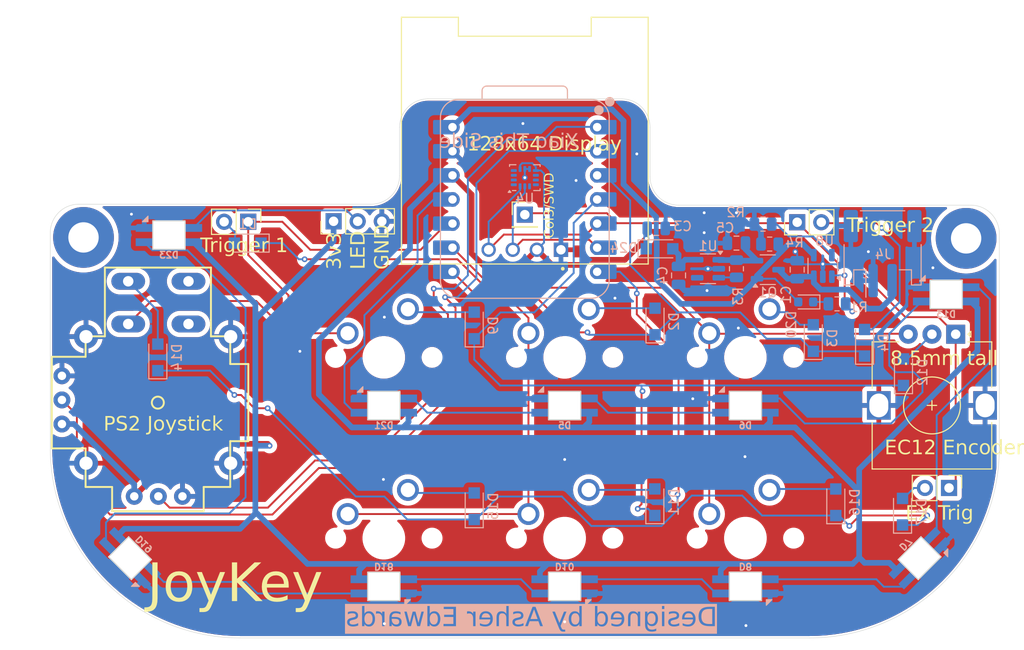
<source format=kicad_pcb>
(kicad_pcb (version 20240108) (generator "pcbnew") (generator_version "8.0")
  (layers (0 "F.Cu" signal) (31 "B.Cu" signal) (34 "B.Paste" user) (35 "F.Paste" user) (36 "B.SilkS" user "B.Silkscreen") (37 "F.SilkS" user "F.Silkscreen") (38 "B.Mask" user) (39 "F.Mask" user) (44 "Edge.Cuts" user))
  (net 0 "")
  (net 1 "Net-(D1-A)")
  (net 2 "+BATT")
  (net 3 "Net-(D2-A)")
  (net 4 "Net-(D24-A)")
  (net 5 "+3V3")
  (net 6 "Net-(D21-DOUT)")
  (net 7 "GND")
  (net 8 "Net-(D13-DIN)")
  (net 9 "Net-(Q1-S)")
  (net 10 "Net-(D10-DOUT)")
  (net 11 "Net-(D3-A)")
  (net 12 "Net-(D9-A)")
  (net 13 "VBUS")
  (net 14 "Net-(D10-DIN)")
  (net 15 "Net-(D4-A)")
  (net 16 "/SCL")
  (net 17 "/SDA")
  (net 18 "Net-(D11-A)")
  (net 19 "Net-(D5-DOUT)")
  (net 20 "/Analog Input/EC11Common")
  (net 21 "Net-(D20-K)")
  (net 22 "Net-(D15-A)")
  (net 23 "Net-(D16-A)")
  (net 24 "/Analog Input/StickButtonB")
  (net 25 "Net-(D18-DOUT)")
  (net 26 "Net-(D19-DOUT)")
  (net 27 "/WS2812B")
  (net 28 "/COL3")
  (net 29 "/ROW0")
  (net 30 "/COL0")
  (net 31 "/JoystickX")
  (net 32 "/ROW2")
  (net 33 "/ROW1")
  (net 34 "/COL2")
  (net 35 "/COL1")
  (net 36 "/JoystickY")
  (net 37 "Net-(D7-DOUT)")
  (net 38 "Net-(U8-STAT)")
  (net 39 "Net-(U8-PROG)")
  (net 40 "Net-(U1-EN)")
  (net 52 "Net-(D13-DOUT)")
  (net 53 "Net-(D23-DOUT)")
  (net 54 "Net-(D17-A)")
  (footprint "Connector_PinHeader_2.54mm:PinHeader_1x01_P2.54mm_Vertical" (layer "F.Cu") (at 136.3 94.5)
    (property "Reference" "J3" (hide yes))
    (property "Value" "Testpad wire hole1")
  )
  (footprint "MX_Solderable:MX-Solderable-1U" (layer "F.Cu") (at 140.49375 128.5875)
    (property "Reference" "SW5")
    (property "Value" "SW_Push_45deg")
  )
  (footprint "Connector_PinHeader_2.54mm:PinHeader_1x02_P2.54mm_Vertical" (layer "F.Cu") (at 165 95.3 90)
    (property "Reference" "J6" (hide yes))
    (property "Value" "Top Trigger 2")
  )
  (footprint "SSD1306:SSD1306-OLED096-128x64" (layer "F.Cu") (at 136.3 86.7 180)
    (property "Reference" "J1" (hide yes))
    (property "Value" "OLED_DISPLAY")
  )
  (footprint "MX_Solderable:MX-Solderable-1U" (layer "F.Cu") (at 121.44375 109.5375)
    (property "Reference" "SW4")
    (property "Value" "SW_Push_45deg")
  )
  (footprint "MX_Solderable:MX-Solderable-1U" (layer "F.Cu") (at 159.54375 109.5375)
    (property "Reference" "SW3")
    (property "Value" "SW_Push_45deg")
  )
  (footprint "MX_Solderable:MX-Solderable-1U" (layer "F.Cu") (at 140.49375 109.5375)
    (property "Reference" "SW2")
    (property "Value" "SW_Push_45deg")
  )
  (footprint "Connector_PinHeader_2.54mm:PinHeader_1x02_P2.54mm_Vertical" (layer "F.Cu") (at 181 123.3 -90)
    (property "Reference" "J7" (hide yes))
    (property "Value" "Extra Trigger")
  )
  (footprint "MX_Solderable:MX-Solderable-1U" (layer "F.Cu") (at 159.54375 128.5875)
    (property "Reference" "SW7")
    (property "Value" "SW_Push_45deg")
  )
  (footprint "custom_Interface_HID:Adafruit 2-Axis joystick" (layer "F.Cu") (at 97.63125 114.3)
    (property "Reference" "U5" (hide yes))
    (property "Value" "2_axis_analog_joystick_button")
  )
  (footprint "MX_Solderable:MX-Solderable-1U" (layer "F.Cu") (at 121.44375 128.5875)
    (property "Reference" "SW6")
    (property "Value" "SW_Push_45deg")
  )
  (footprint "MountingHole:MountingHole_3.2mm_M3_Pad" (layer "F.Cu") (at 182.8 97)
    (property "Reference" "H2" (hide yes))
    (property "Value" "MountingHole")
  )
  (footprint "MountingHole:MountingHole_3.2mm_M3_Pad" (layer "F.Cu") (at 89.8 96.9)
    (property "Reference" "H1" (hide yes))
    (property "Value" "MountingHole")
  )
  (footprint "Connector_PinHeader_2.54mm:PinHeader_1x03_P2.54mm_Vertical" (layer "F.Cu") (at 116.15 95.2 90)
    (property "Reference" "J2" (hide yes))
    (property "Value" "Conn_01x03_Socket")
  )
  (footprint "Rotary_Encoder:RotaryEncoder_Alps_EC12E_Vertical_H20mm" (layer "F.Cu") (at 181.7 107.1 -90)
    (property "Reference" "SW1" (hide yes))
    (property "Value" "RotaryEncoder_Switch")
  )
  (footprint "Connector_PinHeader_2.54mm:PinHeader_1x02_P2.54mm_Vertical" (layer "F.Cu") (at 107.15625 95.25 -90)
    (property "Reference" "J5" (hide yes))
    (property "Value" "Top Trigger 1")
  )
  (footprint "Capacitor_SMD:C_0805_2012Metric" (layer "B.Cu") (at 152.5 100.9 -90)
    (property "Reference" "C4")
    (property "Value" "10uF")
  )
  (footprint "Diode_SMD:Nexperia_CFP3_SOD-123W" (layer "B.Cu") (at 150.01875 105.75625 90)
    (property "Reference" "D2")
    (property "Value" "1N4148W")
  )
  (footprint "Diode_SMD:Nexperia_CFP3_SOD-123W" (layer "B.Cu") (at 172.1 108 90)
    (property "Reference" "D4")
    (property "Value" "1N4148W")
  )
  (footprint "Diode_SMD:Nexperia_CFP3_SOD-123W" (layer "B.Cu") (at 150 124.8 90)
    (property "Reference" "D11")
    (property "Value" "1N4148W")
  )
  (footprint "SK6812MINI-E:SK6812MINI-E" (layer "B.Cu") (at 121.44375 114.6175 180)
    (property "Reference" "D21")
    (property "Value" "SK6812MINI" (hide yes))
    (fp_line (start 1.7 1.5) (end -1.7 1.5) (stroke (width 0.12)) (layer "Edge.Cuts"))
    (fp_line (start 1.7 -1.5) (end 1.7 1.5) (stroke (width 0.12)) (layer "Edge.Cuts"))
    (fp_line (start -1.7 1.5) (end -1.7 -1.5) (stroke (width 0.12)) (layer "Edge.Cuts"))
    (fp_line (start -1.7 -1.5) (end 1.7 -1.5) (stroke (width 0.12)) (layer "Edge.Cuts"))
  )
  (footprint "Diode_SMD:Nexperia_CFP3_SOD-123W" (layer "B.Cu") (at 176.1 125.8 90)
    (property "Reference" "D17")
    (property "Value" "1N4148W")
  )
  (footprint "Diode_SMD:Nexperia_CFP3_SOD-123W" (layer "B.Cu") (at 150.5 98.1)
    (property "Reference" "D24")
    (property "Value" "MBR0540")
  )
  (footprint "Diode_SMD:Nexperia_CFP3_SOD-123W" (layer "B.Cu") (at 107.1 97.5 180)
    (property "Reference" "D1")
    (property "Value" "1N4148W")
  )
  (footprint "Resistor_SMD:R_0805_2012Metric" (layer "B.Cu") (at 169.2 103.9 180)
    (property "Reference" "R1")
    (property "Value" "10k")
  )
  (footprint "SEEED_XIAO:XIAO-RP2040-DIP" (layer "B.Cu") (at 136.3 92.9 180)
    (property "Reference" "U3" (hide yes))
    (property "Value" "XIAO-RP2040-DIP")
  )
  (footprint "SK6812MINI-E:SK6812MINI-E" (layer "B.Cu") (at 180.7 102.9 180)
    (property "Reference" "D13")
    (property "Value" "SK6812MINI" (hide yes))
    (fp_line (start 1.7 1.5) (end -1.7 1.5) (stroke (width 0.12)) (layer "Edge.Cuts"))
    (fp_line (start 1.7 -1.5) (end 1.7 1.5) (stroke (width 0.12)) (layer "Edge.Cuts"))
    (fp_line (start -1.7 1.5) (end -1.7 -1.5) (stroke (width 0.12)) (layer "Edge.Cuts"))
    (fp_line (start -1.7 -1.5) (end 1.7 -1.5) (stroke (width 0.12)) (layer "Edge.Cuts"))
  )
  (footprint "Diode_SMD:Nexperia_CFP3_SOD-123W" (layer "B.Cu") (at 176.2 111.1 90)
    (property "Reference" "D12")
    (property "Value" "1N4148W")
  )
  (footprint "SK6812MINI-E:SK6812MINI-E" (layer "B.Cu") (at 140.49375 133.6675)
    (property "Reference" "D10")
    (property "Value" "SK6812MINI" (hide yes))
    (fp_line (start -1.7 -1.5) (end 1.7 -1.5) (stroke (width 0.12)) (layer "Edge.Cuts"))
    (fp_line (start -1.7 1.5) (end -1.7 -1.5) (stroke (width 0.12)) (layer "Edge.Cuts"))
    (fp_line (start 1.7 -1.5) (end 1.7 1.5) (stroke (width 0.12)) (layer "Edge.Cuts"))
    (fp_line (start 1.7 1.5) (end -1.7 1.5) (stroke (width 0.12)) (layer "Edge.Cuts"))
  )
  (footprint "Capacitor_SMD:C_0805_2012Metric" (layer "B.Cu") (at 150.15 95.95)
    (property "Reference" "C3")
    (property "Value" "10uF")
  )
  (footprint "SK6812MINI-E:SK6812MINI-E" (layer "B.Cu") (at 159.54375 114.6175 180)
    (property "Reference" "D6")
    (property "Value" "SK6812MINI" (hide yes))
    (fp_line (start 1.7 1.5) (end -1.7 1.5) (stroke (width 0.12)) (layer "Edge.Cuts"))
    (fp_line (start 1.7 -1.5) (end 1.7 1.5) (stroke (width 0.12)) (layer "Edge.Cuts"))
    (fp_line (start -1.7 1.5) (end -1.7 -1.5) (stroke (width 0.12)) (layer "Edge.Cuts"))
    (fp_line (start -1.7 -1.5) (end 1.7 -1.5) (stroke (width 0.12)) (layer "Edge.Cuts"))
  )
  (footprint "Capacitor_SMD:C_0805_2012Metric" (layer "B.Cu") (at 165 100.3 90)
    (property "Reference" "C1")
    (property "Value" "10uF")
  )
  (footprint "Resistor_SMD:R_0805_2012Metric" (layer "B.Cu") (at 162.1 97.6)
    (property "Reference" "R4")
    (property "Value" "10k")
  )
  (footprint "SK6812MINI-E:SK6812MINI-E" (layer "B.Cu") (at 177.9 130.7 45)
    (property "Reference" "D7")
    (property "Value" "SK6812MINI" (hide yes))
    (fp_line (start -1.7 -1.5) (end 1.7 -1.5) (stroke (width 0.12)) (layer "Edge.Cuts"))
    (fp_line (start -1.7 1.5) (end -1.7 -1.5) (stroke (width 0.12)) (layer "Edge.Cuts"))
    (fp_line (start 1.7 -1.5) (end 1.7 1.5) (stroke (width 0.12)) (layer "Edge.Cuts"))
    (fp_line (start 1.7 1.5) (end -1.7 1.5) (stroke (width 0.12)) (layer "Edge.Cuts"))
  )
  (footprint "Diode_SMD:Nexperia_CFP3_SOD-123W" (layer "B.Cu") (at 97.63125 109.5375 90)
    (property "Reference" "D14")
    (property "Value" "1N4148W")
  )
  (footprint "Package_TO_SOT_SMD:SOT-23-5" (layer "B.Cu") (at 155.6 100.2 180)
    (property "Reference" "U1")
    (property "Value" "AP2112K-3.3")
  )
  (footprint "SK6812MINI-E:SK6812MINI-E" (layer "B.Cu") (at 94.7 130.7 -45)
    (property "Reference" "D19")
    (property "Value" "SK6812MINI" (hide yes))
    (fp_line (start -1.7 1.5) (end -1.7 -1.5) (stroke (width 0.12)) (layer "Edge.Cuts"))
    (fp_line (start -1.7 -1.5) (end 1.7 -1.5) (stroke (width 0.12)) (layer "Edge.Cuts"))
    (fp_line (start 1.7 1.5) (end -1.7 1.5) (stroke (width 0.12)) (layer "Edge.Cuts"))
    (fp_line (start 1.7 -1.5) (end 1.7 1.5) (stroke (width 0.12)) (layer "Edge.Cuts"))
  )
  (footprint "Diode_SMD:Nexperia_CFP3_SOD-123W" (layer "B.Cu") (at 130.96875 125.225 90)
    (property "Reference" "D15")
    (property "Value" "1N4148W")
  )
  (footprint "Package_TO_SOT_SMD:SOT-23-5" (layer "B.Cu") (at 167.7 99.9 90)
    (property "Reference" "U8")
    (property "Value" "MCP73831-2-OT")
  )
  (footprint "Diode_SMD:Nexperia_CFP3_SOD-123W" (layer "B.Cu") (at 169.06875 124.80625 90)
    (property "Reference" "D16")
    (property "Value" "1N4148W")
  )
  (footprint "Package_TO_SOT_SMD:SOT-23-3" (layer "B.Cu") (at 161.9 100.3)
    (property "Reference" "Q1")
    (property "Value" "DMG3415")
  )
  (footprint "SK6812MINI-E:SK6812MINI-E" (layer "B.Cu") (at 121.44375 133.6675)
    (property "Reference" "D18")
    (property "Value" "SK6812MINI" (hide yes))
    (fp_line (start -1.7 -1.5) (end 1.7 -1.5) (stroke (width 0.12)) (layer "Edge.Cuts"))
    (fp_line (start -1.7 1.5) (end -1.7 -1.5) (stroke (width 0.12)) (layer "Edge.Cuts"))
    (fp_line (start 1.7 -1.5) (end 1.7 1.5) (stroke (width 0.12)) (layer "Edge.Cuts"))
    (fp_line (start 1.7 1.5) (end -1.7 1.5) (stroke (width 0.12)) (layer "Edge.Cuts"))
  )
  (footprint "Resistor_SMD:R_0805_2012Metric" (layer "B.Cu") (at 158.6 100.2 90)
    (property "Reference" "R3")
    (property "Value" "10k")
  )
  (footprint "SK6812MINI-E:SK6812MINI-E" (layer "B.Cu") (at 98.8 96.65 180)
    (property "Reference" "D23")
    (property "Value" "SK6812MINI" (hide yes))
    (fp_line (start 1.7 1.5) (end -1.7 1.5) (stroke (width 0.12)) (layer "Edge.Cuts"))
    (fp_line (start 1.7 -1.5) (end 1.7 1.5) (stroke (width 0.12)) (layer "Edge.Cuts"))
    (fp_line (start -1.7 1.5) (end -1.7 -1.5) (stroke (width 0.12)) (layer "Edge.Cuts"))
    (fp_line (start -1.7 -1.5) (end 1.7 -1.5) (stroke (width 0.12)) (layer "Edge.Cuts"))
  )
  (footprint "SK6812MINI-E:SK6812MINI-E" (layer "B.Cu") (at 140.49375 114.6175 180)
    (property "Reference" "D5")
    (property "Value" "SK6812MINI" (hide yes))
    (fp_line (start 1.7 1.5) (end -1.7 1.5) (stroke (width 0.12)) (layer "Edge.Cuts"))
    (fp_line (start 1.7 -1.5) (end 1.7 1.5) (stroke (width 0.12)) (layer "Edge.Cuts"))
    (fp_line (start -1.7 1.5) (end -1.7 -1.5) (stroke (width 0.12)) (layer "Edge.Cuts"))
    (fp_line (start -1.7 -1.5) (end 1.7 -1.5) (stroke (width 0.12)) (layer "Edge.Cuts"))
  )
  (footprint "Resistor_SMD:R_0805_2012Metric" (layer "B.Cu") (at 161.4 95.5)
    (property "Reference" "R2")
    (property "Value" "2k")
  )
  (footprint "Capacitor_SMD:C_0805_2012Metric" (layer "B.Cu") (at 158.6 97.5 180)
    (property "Reference" "C5")
    (property "Value" "10uF")
  )
  (footprint "Diode_SMD:Nexperia_CFP3_SOD-123W" (layer "B.Cu") (at 166.7 107.5 90)
    (property "Reference" "D3")
    (property "Value" "1N4148W")
  )
  (footprint "Connector_JST:JST_PH_S2B-PH-SM4-TB_1x02-1MP_P2.00mm_Horizontal" (layer "B.Cu") (at 174 98.6)
    (property "Reference" "J4")
    (property "Value" "JST PH")
  )
  (footprint "custom_Interface_HID:LGA-14_3x2.5mm_P0.5mm_LayoutBorder3x4y_COSTSAVERPADs" (layer "B.Cu") (at 136.3 90.6)
    (property "Reference" "U4")
    (property "Value" "LSM6DS3")
  )
  (footprint "Diode_SMD:Nexperia_CFP3_SOD-123W" (layer "B.Cu") (at 130.96875 106.175 90)
    (property "Reference" "D9")
    (property "Value" "1N4148W")
  )
  (footprint "LED_SMD:LED_0603_1608Metric" (layer "B.Cu") (at 165.9 103.7 180)
    (property "Reference" "D20")
    (property "Value" "LED Orange")
  )
  (footprint "SK6812MINI-E:SK6812MINI-E" (layer "B.Cu") (at 159.54375 133.6675)
    (property "Reference" "D8")
    (property "Value" "SK6812MINI" (hide yes))
    (fp_line (start -1.7 -1.5) (end 1.7 -1.5) (stroke (width 0.12)) (layer "Edge.Cuts"))
    (fp_line (start -1.7 1.5) (end -1.7 -1.5) (stroke (width 0.12)) (layer "Edge.Cuts"))
    (fp_line (start 1.7 -1.5) (end 1.7 1.5) (stroke (width 0.12)) (layer "Edge.Cuts"))
    (fp_line (start 1.7 1.5) (end -1.7 1.5) (stroke (width 0.12)) (layer "Edge.Cuts"))
  )
  (gr_arc (start 123.1 85.3) (mid 123.97868 83.17868) (end 126.1 82.3) (stroke (width 0.05)) (layer "Edge.Cuts"))
  (gr_line (start 166.3 139.1) (end 106.3 139.1) (stroke (width 0.05)) (layer "Edge.Cuts"))
  (gr_arc (start 86.3 96.4) (mid 87.17868 94.27868) (end 89.3 93.4) (stroke (width 0.05)) (layer "Edge.Cuts"))
  (gr_line (start 86.3 96.4) (end 86.3 119.1) (stroke (width 0.05)) (layer "Edge.Cuts"))
  (gr_arc (start 123.1 90.4) (mid 122.22132 92.52132) (end 120.1 93.4) (stroke (width 0.05)) (layer "Edge.Cuts"))
  (gr_line (start 186.3 96.5) (end 186.3 119.1) (stroke (width 0.05)) (layer "Edge.Cuts"))
  (gr_line (start 152.5 93.5) (end 183.3 93.5) (stroke (width 0.05)) (layer "Edge.Cuts"))
  (gr_arc (start 186.3 119.1) (mid 180.442136 133.242136) (end 166.3 139.1) (stroke (width 0.05)) (layer "Edge.Cuts"))
  (gr_arc (start 152.5 93.5) (mid 150.37868 92.62132) (end 149.5 90.5) (stroke (width 0.05)) (layer "Edge.Cuts"))
  (gr_line (start 89.3 93.4) (end 120.1 93.4) (stroke (width 0.05)) (layer "Edge.Cuts"))
  (gr_line (start 126.1 82.3) (end 146.5 82.3) (stroke (width 0.05)) (layer "Edge.Cuts"))
  (gr_line (start 149.5 85.3) (end 149.5 90.5) (stroke (width 0.05)) (layer "Edge.Cuts"))
  (gr_arc (start 106.3 139.1) (mid 92.157864 133.242136) (end 86.3 119.1) (stroke (width 0.05)) (layer "Edge.Cuts"))
  (gr_arc (start 146.5 82.3) (mid 148.62132 83.17868) (end 149.5 85.3) (stroke (width 0.05)) (layer "Edge.Cuts"))
  (gr_line (start 123.1 90.4) (end 123.1 85.3) (stroke (width 0.05)) (layer "Edge.Cuts"))
  (gr_arc (start 183.3 93.5) (mid 185.42132 94.37868) (end 186.3 96.5) (stroke (width 0.05)) (layer "Edge.Cuts"))
  (gr_text "Designed by Asher Edwards" (at 156.6 138.2 0) (layer "B.SilkS" knockout) (effects (font (size 2 2) (thickness 0.3)) (justify left bottom mirror)))
  (gr_text "Xiao This Side" (at 142 87.7 0) (layer "B.SilkS") (effects (font (size 1.5 1.5) (thickness 0.1)) (justify left bottom mirror)))
  (gr_text "128x64 Display" (at 130.2 88 0) (layer "F.SilkS") (effects (font (size 1.5 1.5) (thickness 0.1)) (justify left bottom)))
  (gr_text "Trigger 1" (at 102.1 98.7 0) (layer "F.SilkS") (effects (font (size 1.5 1.5) (thickness 0.1)) (justify left bottom)))
  (gr_text "EC12 Encoder" (at 174.2 120 0) (layer "F.SilkS") (effects (font (size 1.5 1.5) (thickness 0.1)) (justify left bottom)))
  (gr_text "Trigger 2" (at 170.175 96.575 0) (layer "F.SilkS") (effects (font (size 1.5 1.5) (thickness 0.1)) (justify left bottom)))
  (gr_text "EX Trig" (at 176.4 126.9 0) (layer "F.SilkS") (effects (font (size 1.5 1.5) (thickness 0.1)) (justify left bottom)))
  (gr_text "JoyKey" (at 96.5 135.9 0) (layer "F.SilkS") (effects (font (size 4 4) (thickness 0.1)) (justify left bottom)))
  (gr_text "Col3/SWD" (at 139.5 97 90) (layer "F.SilkS") (effects (font (size 1 1) (thickness 0.1)) (justify left bottom)))
  (gr_text "8.5mm tall" (at 174.8 110.6 0) (layer "F.SilkS") (effects (font (size 1.5 1.5) (thickness 0.1)) (justify left bottom)))
  (gr_text "3v3\nLED\nGND" (at 122.2 100.3 90) (layer "F.SilkS") (effects (font (size 1.5 1.5) (thickness 0.1)) (justify left bottom)))
  (gr_text "PS2 Joystick" (at 91.9 117.5 0) (layer "F.SilkS") (effects (font (size 1.5 1.5) (thickness 0.1)) (justify left bottom)))
  (segment (start 105.7 97.5) (end 105.76625 97.43375) (width 0.2) (layer "B.Cu") (net 1))
  (segment (start 105.76625 96.4) (end 104.61625 95.25) (width 0.2) (layer "B.Cu") (net 1))
  (segment (start 105.76625 97.43375) (end 105.76625 96.4) (width 0.2) (layer "B.Cu") (net 1))
  (segment (start 165 101.25) (end 163.9875 101.25) (width 0.6) (layer "B.Cu") (net 2))
  (segment (start 166.75 101.0375) (end 165.2125 101.0375) (width 0.6) (layer "B.Cu") (net 2))
  (segment (start 173.8 104.4) (end 172.392588 104.4) (width 0.6) (layer "B.Cu") (net 2))
  (segment (start 172.392588 104.4) (end 170.392588 102.4) (width 0.6) (layer "B.Cu") (net 2))
  (segment (start 170.392588 102.4) (end 167.476606 102.4) (width 0.6) (layer "B.Cu") (net 2))
  (segment (start 175 103.2) (end 173.8 104.4) (width 0.6) (layer "B.Cu") (net 2))
  (segment (start 167.476606 102.4) (end 166.75 101.673394) (width 0.6) (layer "B.Cu") (net 2))
  (segment (start 166.75 101.673394) (end 166.75 101.0375) (width 0.6) (layer "B.Cu") (net 2))
  (segment (start 163.9875 101.25) (end 163.0375 100.3) (width 0.6) (layer "B.Cu") (net 2))
  (segment (start 175 101.45) (end 175 103.2) (width 0.6) (layer "B.Cu") (net 2))
  (segment (start 165.2125 101.0375) (end 165 101.25) (width 0.6) (layer "B.Cu") (net 2))
  (segment (start 143.135 104.35625) (end 143.03375 104.4575) (width 0.2) (layer "B.Cu") (net 3))
  (segment (start 150.01875 104.35625) (end 143.135 104.35625) (width 0.2) (layer "B.Cu") (net 3))
  (segment (start 154.4625 99.25) (end 153.2 99.25) (width 0.6) (layer "B.Cu") (net 4))
  (segment (start 152.5 98.7) (end 151.9 98.1) (width 0.6) (layer "B.Cu") (net 4))
  (segment (start 152.5 99.95) (end 152.5 98.7) (width 0.6) (layer "B.Cu") (net 4))
  (segment (start 153.2 99.25) (end 152.5 99.95) (width 0.6) (layer "B.Cu") (net 4))
  (segment (start 109.4 118.85) (end 109.2 118.65) (width 0.6) (layer "F.Cu") (net 5))
  (segment (start 139.17 99.8) (end 142.4 99.8) (width 0.6) (layer "F.Cu") (net 5))
  (segment (start 135.77 100) (end 132.1 100) (width 0.6) (layer "F.Cu") (net 5))
  (segment (start 142.4 99.8) (end 142.942 99.258) (width 0.6) (layer "F.Cu") (net 5))
  (segment (start 142.942 99.258) (end 146.842 99.258) (width 0.6) (layer "F.Cu") (net 5))
  (segment (start 132.1 100) (end 130.7 98.6) (width 0.6) (layer "F.Cu") (net 5))
  (segment (start 100.677704 118.65) (end 95.145327 124.182377) (width 0.6) (layer "F.Cu") (net 5))
  (segment (start 146.842 99.258) (end 149.1 97) (width 0.6) (layer "F.Cu") (net 5))
  (segment (start 137.57 98.2) (end 139.17 99.8) (width 0.6) (layer "F.Cu") (net 5))
  (segment (start 130.7 98.6) (end 130.7 92.38) (width 0.6) (layer "F.Cu") (net 5))
  (segment (start 137.57 98.2) (end 135.77 100) (width 0.6) (layer "F.Cu") (net 5))
  (segment (start 109.2 118.65) (end 100.677704 118.65) (width 0.6) (layer "F.Cu") (net 5))
  (segment (start 130.7 92.38) (end 128.68 90.36) (width 0.6) (layer "F.Cu") (net 5))
  (via (at 149.1 97) (size 0.6) (drill 0.3) (layers "F.Cu" "B.Cu") (net 5))
  (via (at 109.4 118.85) (size 0.6) (drill 0.3) (layers "F.Cu" "B.Cu") (net 5))
  (segment (start 124.2 98.097797) (end 114.6 107.697797) (width 0.6) (layer "B.Cu") (net 5))
  (segment (start 123.475121 116.9175) (end 124.04375 116.348871) (width 0.6) (layer "B.Cu") (net 5))
  (segment (start 119.5 131.3) (end 113.4 131.3) (width 0.6) (layer "B.Cu") (net 5))
  (segment (start 171.53125 121.320222) (end 184 108.851472) (width 0.6) (layer "B.Cu") (net 5))
  (segment (start 184 108.851472) (end 184 104.35) (width 0.6) (layer "B.Cu") (net 5))
  (segment (start 137.89375 132.10625) (end 137.89375 132.9175) (width 0.6) (layer "B.Cu") (net 5))
  (segment (start 113.4 131.3) (end 108.0875 125.9875) (width 0.6) (layer "B.Cu") (net 5))
  (segment (start 127.74 90.36) (end 124.2 93.9) (width 0.6) (layer "B.Cu") (net 5))
  (segment (start 171.53125 123.66875) (end 171.53125 121.320222) (width 0.6) (layer "B.Cu") (net 5))
  (segment (start 164.78 116.9175) (end 171.53125 123.66875) (width 0.6) (layer "B.Cu") (net 5))
  (segment (start 172.099879 131.1875) (end 174.710544 131.1875) (width 0.6) (layer "B.Cu") (net 5))
  (segment (start 118.08375 116.9175) (end 123.475121 116.9175) (width 0.6) (layer "B.Cu") (net 5))
  (segment (start 107.90625 125.9875) (end 106.29375 127.6) (width 0.6) (layer "B.Cu") (net 5))
  (segment (start 107.90625 118.85) (end 107.90625 125.9875) (width 0.6) (layer "B.Cu") (net 5))
  (segment (start 162.14375 116.3775) (end 162.14375 115.3675) (width 0.6) (layer "B.Cu") (net 5))
  (segment (start 149.1 97) (end 149.1 96.05) (width 0.6) (layer "B.Cu") (net 5))
  (segment (start 174.710544 131.1875) (end 175.531192 132.008148) (width 0.6) (layer "B.Cu") (net 5))
  (segment (start 170.850121 131.3) (end 157.579879 131.3) (width 0.6) (layer "B.Cu") (net 5))
  (segment (start 137.4625 89.85) (end 138 89.85) (width 0.2) (layer "B.Cu") (net 5))
  (segment (start 116.15 95.2) (end 116.15 97.281371) (width 0.6) (layer "B.Cu") (net 5))
  (segment (start 171.53125 130.618871) (end 170.850121 131.3) (width 0.6) (layer "B.Cu") (net 5))
  (segment (start 95.145327 124.182377) (end 95.145327 122.925142) (width 0.6) (layer "B.Cu") (net 5))
  (segment (start 157.579879 131.3) (end 156.94375 131.936129) (width 0.6) (layer "B.Cu") (net 5))
  (segment (start 128.68 90.36) (end 128.71125 90.32875) (width 0.6) (layer "B.Cu") (net 5))
  (segment (start 118.84375 131.936129) (end 118.863871 131.936129) (width 0.6) (layer "B.Cu") (net 5))
  (segment (start 143.09375 116.348871) (end 143.09375 115.3675) (width 0.6) (layer "B.Cu") (net 5))
  (segment (start 184 104.35) (end 183.3 103.65) (width 0.6) (layer "B.Cu") (net 5))
  (segment (start 138.7 131.3) (end 137.89375 132.10625) (width 0.6) (layer "B.Cu") (net 5))
  (segment (start 95.145327 122.925142) (end 88.782562 116.562377) (width 0.6) (layer "B.Cu") (net 5))
  (segment (start 137.4625 89.4625) (end 137.4625 89.85) (width 0.2) (layer "B.Cu") (net 5))
  (segment (start 138.324 90.174) (end 138.324 97.446) (width 0.2) (layer "B.Cu") (net 5))
  (segment (start 118.84375 131.936129) (end 118.84375 132.9175) (width 0.6) (layer "B.Cu") (net 5))
  (segment (start 118.863871 131.936129) (end 119.5 131.3) (width 0.6) (layer "B.Cu") (net 5))
  (segment (start 149.1 98.1) (end 149.1 97) (width 0.6) (layer "B.Cu") (net 5))
  (segment (start 107.90625 103.90625) (end 107.90625 118.85) (width 0.6) (layer "B.Cu") (net 5))
  (segment (start 135.8 89.6875) (end 135.8 89.3) (width 0.2) (layer "B.Cu") (net 5))
  (segment (start 108.0875 125.9875) (end 107.90625 125.9875) (width 0.6) (layer "B.Cu") (net 5))
  (segment (start 95.9 127.6) (end 94.123044 127.6) (width 0.6) (layer "B.Cu") (net 5))
  (segment (start 149.1 96.05) (end 149.2 95.95) (width 0.6) (layer "B.Cu") (net 5))
  (segment (start 142.525121 116.9175) (end 143.09375 116.348871) (width 0.6) (layer "B.Cu") (net 5))
  (segment (start 88.782562 116.562377) (end 87.525327 116.562377) (width 0.6) (layer "B.Cu") (net 5))
  (segment (start 124.2 93.9) (end 124.2 98.097797) (width 0.6) (layer "B.Cu") (net 5))
  (segment (start 161.60375 116.9175) (end 164.78 116.9175) (width 0.6) (layer "B.Cu") (net 5))
  (segment (start 156.94375 131.936129) (end 156.94375 132.9175) (width 0.6) (layer "B.Cu") (net 5))
  (segment (start 136.025 89.075) (end 137.075 89.075) (width 0.2) (layer "B.Cu") (net 5))
  (segment (start 101.4 97.4) (end 107.90625 103.90625) (width 0.6) (layer "B.Cu") (net 5))
  (segment (start 137.075 89.075) (end 137.4625 89.4625) (width 0.2) (layer "B.Cu") (net 5))
  (segment (start 123.475121 116.9175) (end 142.525121 116.9175) (width 0.6) (layer "B.Cu") (net 5))
  (segment (start 171.53125 130.618871) (end 172.099879 131.1875) (width 0.6) (layer "B.Cu") (net 5))
  (segment (start 106.29375 127.6) (end 95.9 127.6) (width 0.6) (layer "B.Cu") (net 5))
  (segment (start 107.90625 118.85) (end 109.4 118.85) (width 0.6) (layer "B.Cu") (net 5))
  (segment (start 94.123044 127.6) (end 93.391852 128.331192) (width 0.6) (layer "B.Cu") (net 5))
  (segment (start 124.04375 116.348871) (end 124.04375 115.3675) (width 0.6) (layer "B.Cu") (net 5))
  (segment (start 135.8 89.3) (end 136.025 89.075) (width 0.2) (layer "B.Cu") (net 5))
  (segment (start 161.60375 116.9175) (end 162.14375 116.3775) (width 0.6) (layer "B.Cu") (net 5))
  (segment (start 114.6 113.43375) (end 118.08375 116.9175) (width 0.6) (layer "B.Cu") (net 5))
  (segment (start 138 89.85) (end 138.324 90.174) (width 0.2) (layer "B.Cu") (net 5))
  (segment (start 138.324 97.446) (end 137.57 98.2) (width 0.2) (layer "B.Cu") (net 5))
  (segment (start 116.15 97.281371) (end 107.90625 105.525121) (width 0.6) (layer "B.Cu") (net 5))
  (segment (start 114.6 107.697797) (end 114.6 113.43375) (width 0.6) (layer "B.Cu") (net 5))
  (segment (start 171.53125 123.66875) (end 171.53125 130.618871) (width 0.6) (layer "B.Cu") (net 5))
  (segment (start 120.2 131.3) (end 119.5 131.3) (width 0.6) (layer "B.Cu") (net 5))
  (segment (start 142.525121 116.9175) (end 161.60375 116.9175) (width 0.6) (layer "B.Cu") (net 5))
  (segment (start 128.68 90.36) (end 127.74 90.36) (width 0.6) (layer "B.Cu") (net 5))
  (segment (start 157.579879 131.3) (end 119.817079 131.3) (width 0.6) (layer "B.Cu") (net 5))
  (segment (start 124.04375 113.8675) (end 124.53375 113.8675) (width 0.2) (layer "B.Cu") (net 6))
  (segment (start 126.03375 115.3675) (end 137.89375 115.3675) (width 0.2) (layer "B.Cu") (net 6))
  (segment (start 124.53375 113.8675) (end 126.03375 115.3675) (width 0.2) (layer "B.Cu") (net 6))
  (via (at 155.2 94.3) (size 0.6) (drill 0.3) (layers "F.Cu" "B.Cu") (net 7))
  (via (at 121.5 105.3) (size 0.6) (drill 0.3) (layers "F.Cu" "B.Cu") (net 7))
  (via (at 155.6 100.2) (size 0.6) (drill 0.3) (layers "F.Cu" "B.Cu") (net 7))
  (via (at 148.1 88.1) (size 0.6) (drill 0.3) (layers "F.Cu" "B.Cu") (net 7))
  (via (at 158.6 94.3) (size 0.6) (drill 0.3) (layers "F.Cu" "B.Cu") (net 7))
  (via (at 179.3 100.1) (size 0.6) (drill 0.3) (layers "F.Cu" "B.Cu") (net 7))
  (via (at 154 113.9) (size 0.6) (drill 0.3) (layers "F.Cu" "B.Cu") (net 7))
  (via (at 140.5 137.4) (size 0.6) (drill 0.3) (layers "F.Cu" "B.Cu") (net 7))
  (via (at 121.5 137.6) (size 0.6) (drill 0.3) (layers "F.Cu" "B.Cu") (net 7))
  (via (at 136.3 90.6) (size 0.6) (drill 0.3) (layers "F.Cu" "B.Cu") (net 7))
  (via (at 112.6 108.9) (size 0.6) (drill 0.3) (layers "F.Cu" "B.Cu") (net 7))
  (via (at 167.7 99.7) (size 0.6) (drill 0.3) (layers "F.Cu" "B.Cu") (net 7))
  (via (at 140.5 120.3) (size 0.6) (drill 0.3) (layers "F.Cu" "B.Cu") (net 7))
  (via (at 136.1 84.9) (size 0.6) (drill 0.3) (layers "F.Cu" "B.Cu") (net 7))
  (via (at 159.5 120) (size 0.6) (drill 0.3) (layers "F.Cu" "B.Cu") (net 7))
  (via (at 94.85 94.45) (size 0.6) (drill 0.3) (layers "F.Cu" "B.Cu") (net 7))
  (via (at 158.8 106.45) (size 0.6) (drill 0.3) (layers "F.Cu" "B.Cu") (net 7))
  (via (at 145.8 103.3) (size 0.6) (drill 0.3) (layers "F.Cu" "B.Cu") (net 7))
  (via (at 141.7 90.9) (size 0.6) (drill 0.3) (layers "F.Cu" "B.Cu") (net 7))
  (via (at 164.8 98.4) (size 0.6) (drill 0.3) (layers "F.Cu" "B.Cu") (net 7))
  (via (at 159.6 137.8) (size 0.6) (drill 0.3) (layers "F.Cu" "B.Cu") (net 7))
  (via (at 155.5 102.5) (size 0.6) (drill 0.3) (layers "F.Cu" "B.Cu") (net 7))
  (via (at 155.2 96.4) (size 0.6) (drill 0.3) (layers "F.Cu" "B.Cu") (net 7))
  (via (at 172.5 98.4) (size 0.6) (drill 0.3) (layers "F.Cu" "B.Cu") (net 7))
  (via (at 121.4 122.4) (size 0.6) (drill 0.3) (layers "F.Cu" "B.Cu") (net 7))
  (segment (start 165 99.35) (end 165 98.6) (width 0.2) (layer "B.Cu") (net 7))
  (segment (start 161.1875 97.6) (end 161.1875 96.2) (width 0.6) (layer "B.Cu") (net 7))
  (segment (start 167.725 99.725) (end 171.275 99.725) (width 0.2) (layer "B.Cu") (net 7))
  (segment (start 159.8 95.5) (end 160.4875 95.5) (width 0.6) (layer "B.Cu") (net 7))
  (segment (start 156.7375 100.2) (end 155.6 100.2) (width 0.2) (layer "B.Cu") (net 7))
  (segment (start 136.3 89.6875) (end 136.3 90.6) (width 0.2) (layer "B.Cu") (net 7))
  (segment (start 165.375 99.725) (end 165 99.35) (width 0.2) (layer "B.Cu") (net 7))
  (segment (start 167.7 99.5) (end 167.7 99.7) (width 0.2) (layer "B.Cu") (net 7))
  (segment (start 155.5 102.5) (end 153.15 102.5) (width 0.6) (layer "B.Cu") (net 7))
  (segment (start 136.3 89.6875) (end 136.8 89.6875) (width 0.2) (layer "B.Cu") (net 7))
  (segment (start 158.6 94.3) (end 159.8 95.5) (width 0.6) (layer "B.Cu") (net 7))
  (segment (start 167.7 99.7) (end 167.725 99.725) (width 0.2) (layer "B.Cu") (net 7))
  (segment (start 167.675 99.725) (end 165.375 99.725) (width 0.2) (layer "B.Cu") (net 7))
  (segment (start 153.15 102.5) (end 152.5 101.85) (width 0.6) (layer "B.Cu") (net 7))
  (segment (start 167.7 99.7) (end 167.7 101.0375) (width 0.2) (layer "B.Cu") (net 7))
  (segment (start 96.068808 133.008148) (end 95.968808 133.008148) (width 0.2) (layer "B.Cu") (net 7))
  (segment (start 167.7 99.7) (end 167.675 99.725) (width 0.2) (layer "B.Cu") (net 7))
  (segment (start 171.275 99.725) (end 173 101.45) (width 0.2) (layer "B.Cu") (net 7))
  (segment (start 96.26066 133.2) (end 96.068808 133.008148) (width 0.2) (layer "B.Cu") (net 7))
  (segment (start 167.6125 99.4125) (end 167.7 99.5) (width 0.2) (layer "B.Cu") (net 7))
  (segment (start 165 98.6) (end 164.8 98.4) (width 0.2) (layer "B.Cu") (net 7))
  (segment (start 161.1875 96.2) (end 160.4875 95.5) (width 0.6) (layer "B.Cu") (net 7))
  (segment (start 174.7 107.05) (end 178.1 103.65) (width 0.2) (layer "B.Cu") (net 8))
  (segment (start 178.2 112) (end 177.3 111.1) (width 0.2) (layer "B.Cu") (net 8))
  (segment (start 165.8 116.5) (end 174.9 116.5) (width 0.2) (layer "B.Cu") (net 8))
  (segment (start 162.14375 113.8675) (end 163.1675 113.8675) (width 0.2) (layer "B.Cu") (net 8))
  (segment (start 174.9 116.5) (end 178.2 113.2) (width 0.2) (layer "B.Cu") (net 8))
  (segment (start 177.3 111.1) (end 175.4 111.1) (width 0.2) (layer "B.Cu") (net 8))
  (segment (start 175.4 111.1) (end 174.7 110.4) (width 0.2) (layer "B.Cu") (net 8))
  (segment (start 178.2 113.2) (end 178.2 112) (width 0.2) (layer "B.Cu") (net 8))
  (segment (start 163.1675 113.8675) (end 165.8 116.5) (width 0.2) (layer "B.Cu") (net 8))
  (segment (start 174.7 110.4) (end 174.7 107.05) (width 0.2) (layer "B.Cu") (net 8))
  (segment (start 159.55 97.5) (end 159.55 98.1375) (width 0.6) (layer "B.Cu") (net 9))
  (segment (start 160.7625 99.35) (end 158.6625 99.35) (width 0.6) (layer "B.Cu") (net 9))
  (segment (start 156.775 99.2875) (end 156.7375 99.25) (width 0.6) (layer "B.Cu") (net 9))
  (segment (start 159.55 98.1375) (end 160.7625 99.35) (width 0.6) (layer "B.Cu") (net 9))
  (segment (start 158.6 99.2875) (end 156.775 99.2875) (width 0.6) (layer "B.Cu") (net 9))
  (segment (start 158.6625 99.35) (end 158.6 99.2875) (width 0.6) (layer "B.Cu") (net 9))
  (segment (start 135.90375 132.9175) (end 124.04375 132.9175) (width 0.2) (layer "B.Cu") (net 10))
  (segment (start 137.40375 134.4175) (end 135.90375 132.9175) (width 0.2) (layer "B.Cu") (net 10))
  (segment (start 137.89375 134.4175) (end 137.40375 134.4175) (width 0.2) (layer "B.Cu") (net 10))
  (segment (start 165.3 106.1) (end 163.975 104.775) (width 0.2) (layer "B.Cu") (net 11))
  (segment (start 163.975 104.775) (end 162.40125 104.775) (width 0.2) (layer "B.Cu") (net 11))
  (segment (start 166.7 106.1) (end 165.3 106.1) (width 0.2) (layer "B.Cu") (net 11))
  (segment (start 162.40125 104.775) (end 162.08375 104.4575) (width 0.2) (layer "B.Cu") (net 11))
  (segment (start 124.30125 104.775) (end 123.98375 104.4575) (width 0.2) (layer "B.Cu") (net 12))
  (segment (start 130.96875 104.775) (end 124.30125 104.775) (width 0.2) (layer "B.Cu") (net 12))
  (segment (start 146.7 84.624944) (end 145.475056 83.4) (width 0.6) (layer "B.Cu") (net 13))
  (segment (start 150.15 94.75) (end 146.7 91.3) (width 0.6) (layer "B.Cu") (net 13))
  (segment (start 130.56 83.4) (end 128.68 85.28) (width 0.6) (layer "B.Cu") (net 13))
  (segment (start 165.5875 97.6) (end 166.75 98.7625) (width 0.6) (layer "B.Cu") (net 13))
  (segment (start 163.0125 98.1125) (end 163.299197 98.399197) (width 0.6) (layer "B.Cu") (net 13))
  (segment (start 160.7625 101.25) (end 162.6625 101.25) (width 0.2) (layer "B.Cu") (net 13))
  (segment (start 163.299197 98.399197) (end 164.098394 97.6) (width 0.6) (layer "B.Cu") (net 13))
  (segment (start 164.098394 97.6) (end 165.5875 97.6) (width 0.6) (layer "B.Cu") (net 13))
  (segment (start 146.7 91.3) (end 146.7 84.624944) (width 0.6) (layer "B.Cu") (net 13))
  (segment (start 163.0125 97.6) (end 163.0125 98.1125) (width 0.6) (layer "B.Cu") (net 13))
  (segment (start 158.1125 103.9) (end 152.757412 103.9) (width 0.6) (layer "B.Cu") (net 13))
  (segment (start 160.7625 101.25) (end 158.1125 103.9) (width 0.6) (layer "B.Cu") (net 13))
  (segment (start 160.7625 101.25) (end 160.7625 100.935894) (width 0.6) (layer "B.Cu") (net 13))
  (segment (start 150.2 101.342588) (end 150.2 97.1) (width 0.6) (layer "B.Cu") (net 13))
  (segment (start 145.475056 83.4) (end 130.56 83.4) (width 0.6) (layer "B.Cu") (net 13))
  (segment (start 150.15 97.05) (end 150.15 94.75) (width 0.5) (layer "B.Cu") (net 13))
  (segment (start 162.6625 101.25) (end 165.1125 103.7) (width 0.2) (layer "B.Cu") (net 13))
  (segment (start 150.2 97.1) (end 150.15 97.05) (width 0.5) (layer "B.Cu") (net 13))
  (segment (start 160.7625 100.935894) (end 163.299197 98.399197) (width 0.6) (layer "B.Cu") (net 13))
  (segment (start 152.757412 103.9) (end 150.2 101.342588) (width 0.6) (layer "B.Cu") (net 13))
  (segment (start 156.45375 134.4175) (end 154.95375 132.9175) (width 0.2) (layer "B.Cu") (net 14))
  (segment (start 156.94375 134.4175) (end 156.45375 134.4175) (width 0.2) (layer "B.Cu") (net 14))
  (segment (start 154.95375 132.9175) (end 143.09375 132.9175) (width 0.2) (layer "B.Cu") (net 14))
  (segment (start 167.64 95.4) (end 167.54 95.3) (width 0.2) (layer "F.Cu") (net 15))
  (segment (start 173.9 95.9) (end 173.4 95.4) (width 0.2) (layer "F.Cu") (net 15))
  (segment (start 173.4 95.4) (end 167.64 95.4) (width 0.2) (layer "F.Cu") (net 15))
  (via (at 173.9 95.9) (size 0.6) (drill 0.3) (layers "F.Cu" "B.Cu") (net 15))
  (segment (start 175.8 97.8) (end 173.9 95.9) (width 0.2) (layer "B.Cu") (net 15))
  (segment (start 172.9 106.6) (end 175.8 103.7) (width 0.2) (layer "B.Cu") (net 15))
  (segment (start 172.1 106.6) (end 172.9 106.6) (width 0.2) (layer "B.Cu") (net 15))
  (segment (start 175.8 103.7) (end 175.8 97.8) (width 0.2) (layer "B.Cu") (net 15))
  (segment (start 143.92 97.98) (end 143.086 97.146) (width 0.2) (layer "F.Cu") (net 16))
  (segment (start 136.084 97.146) (end 135.03 98.2) (width 0.2) (layer "F.Cu") (net 16))
  (segment (start 143.086 97.146) (end 136.084 97.146) (width 0.2) (layer "F.Cu") (net 16))
  (segment (start 135.03 93.47) (end 135.03 98.2) (width 0.2) (layer "B.Cu") (net 16))
  (segment (start 136.3 91.5125) (end 136.3 92.2) (width 0.2) (layer "B.Cu") (net 16))
  (segment (start 136.3 92.2) (end 135.03 93.47) (width 0.2) (layer "B.Cu") (net 16))
  (segment (start 143.92 95.44) (end 142.76 96.6) (width 0.2) (layer "F.Cu") (net 17))
  (segment (start 134.09 96.6) (end 132.49 98.2) (width 0.2) (layer "F.Cu") (net 17))
  (segment (start 142.76 96.6) (end 134.09 96.6) (width 0.2) (layer "F.Cu") (net 17))
  (segment (start 135.8 91.925432) (end 135.8 91.5125) (width 0.2) (layer "B.Cu") (net 17))
  (segment (start 132.49 95.235432) (end 135.8 91.925432) (width 0.2) (layer "B.Cu") (net 17))
  (segment (start 132.49 98.2) (end 132.49 95.235432) (width 0.2) (layer "B.Cu") (net 17))
  (segment (start 149.9 123.5) (end 143.04125 123.5) (width 0.2) (layer "B.Cu") (net 18))
  (segment (start 150 123.4) (end 149.9 123.5) (width 0.2) (layer "B.Cu") (net 18))
  (segment (start 143.04125 123.5) (end 143.03375 123.5075) (width 0.2) (layer "B.Cu") (net 18))
  (segment (start 143.58375 113.8675) (end 145.08375 115.3675) (width 0.2) (layer "B.Cu") (net 19))
  (segment (start 143.09375 113.8675) (end 143.58375 113.8675) (width 0.2) (layer "B.Cu") (net 19))
  (segment (start 145.08375 115.3675) (end 156.94375 115.3675) (width 0.2) (layer "B.Cu") (net 19))
  (segment (start 176.2 109.7) (end 176.6 109.7) (width 0.2) (layer "B.Cu") (net 20))
  (segment (start 176.6 109.7) (end 179.2 107.1) (width 0.2) (layer "B.Cu") (net 20))
  (segment (start 166.6875 103.7) (end 168.0875 103.7) (width 0.2) (layer "B.Cu") (net 21))
  (segment (start 168.0875 103.7) (end 168.2875 103.9) (width 0.2) (layer "B.Cu") (net 21))
  (segment (start 130.96875 123.825) (end 124.30125 123.825) (width 0.2) (layer "B.Cu") (net 22))
  (segment (start 124.30125 123.825) (end 123.98375 123.5075) (width 0.2) (layer "B.Cu") (net 22))
  (segment (start 169.06875 123.40625) (end 162.185 123.40625) (width 0.2) (layer "B.Cu") (net 23))
  (segment (start 162.185 123.40625) (end 162.08375 123.5075) (width 0.2) (layer "B.Cu") (net 23))
  (segment (start 97.63125 108.1375) (end 97.63125 104.6423) (width 0.2) (layer "B.Cu") (net 24))
  (segment (start 97.63125 104.6423) (end 94.510327 101.521377) (width 0.2) (layer "B.Cu") (net 24))
  (segment (start 118.84375 134.4175) (end 108.1175 134.4175) (width 0.2) (layer "B.Cu") (net 25))
  (segment (start 97.068808 132.008148) (end 98.26066 133.2) (width 0.2) (layer "B.Cu") (net 25))
  (segment (start 108.1175 134.4175) (end 106.9 133.2) (width 0.2) (layer "B.Cu") (net 25))
  (segment (start 98.26066 133.2) (end 106.9 133.2) (width 0.2) (layer "B.Cu") (net 25))
  (segment (start 106.875327 104.385327) (end 100.74 98.25) (width 0.2) (layer "B.Cu") (net 26))
  (segment (start 92.165542 126.934458) (end 93.1125 125.9875) (width 0.2) (layer "B.Cu") (net 26))
  (segment (start 93.1125 125.9875) (end 105.1625 125.9875) (width 0.2) (layer "B.Cu") (net 26))
  (segment (start 100.74 98.25) (end 97.05 98.25) (width 0.2) (layer "B.Cu") (net 26))
  (segment (start 92.165542 129.226202) (end 92.165542 126.934458) (width 0.2) (layer "B.Cu") (net 26))
  (segment (start 105.1625 125.9875) (end 106.875327 124.274673) (width 0.2) (layer "B.Cu") (net 26))
  (segment (start 97.05 98.25) (end 96.2 97.4) (width 0.2) (layer "B.Cu") (net 26))
  (segment (start 106.875327 124.274673) (end 106.875327 104.385327) (width 0.2) (layer "B.Cu") (net 26))
  (segment (start 92.331192 129.391852) (end 92.165542 129.226202) (width 0.2) (layer "B.Cu") (net 26))
  (segment (start 125 94.6) (end 126.7 92.9) (width 0.2) (layer "B.Cu") (net 27))
  (segment (start 119.4 105.1) (end 125 99.5) (width 0.2) (layer "B.Cu") (net 27))
  (segment (start 118.35375 115.3675) (end 117.3 114.31375) (width 0.2) (layer "B.Cu") (net 27))
  (segment (start 117.3 114.31375) (end 117.3 110.366475) (width 0.2) (layer "B.Cu") (net 27))
  (segment (start 117.3 110.366475) (end 119.4 108.266475) (width 0.2) (layer "B.Cu") (net 27))
  (segment (start 126.7 92.9) (end 127.845 92.9) (width 0.2) (layer "B.Cu") (net 27))
  (segment (start 118.84375 115.3675) (end 118.35375 115.3675) (width 0.2) (layer "B.Cu") (net 27))
  (segment (start 125 99.5) (end 125 94.6) (width 0.2) (layer "B.Cu") (net 27))
  (segment (start 127.845 92.9) (end 127.87625 92.86875) (width 0.2) (layer "B.Cu") (net 27))
  (segment (start 119.4 108.266475) (end 119.4 105.1) (width 0.2) (layer "B.Cu") (net 27))
  (segment (start 146 95.4) (end 164.9 95.4) (width 0.2) (layer "F.Cu") (net 28))
  (segment (start 144.94675 94.34675) (end 146 95.4) (width 0.2) (layer "F.Cu") (net 28))
  (segment (start 176.4 105.3) (end 179.9 105.3) (width 0.2) (layer "F.Cu") (net 28))
  (segment (start 179.9 105.3) (end 181.7 107.1) (width 0.2) (layer "F.Cu") (net 28))
  (segment (start 136.3 94.5) (end 136.45325 94.34675) (width 0.2) (layer "F.Cu") (net 28))
  (segment (start 164.9 95.4) (end 165 95.3) (width 0.2) (layer "F.Cu") (net 28))
  (segment (start 136.45325 94.34675) (end 144.94675 94.34675) (width 0.2) (layer "F.Cu") (net 28))
  (segment (start 181.7 107.1) (end 181.7 122.6) (width 0.2) (layer "F.Cu") (net 28))
  (segment (start 169.3 99.6) (end 170.7 99.6) (width 0.2) (layer "F.Cu") (net 28))
  (segment (start 170.7 99.6) (end 176.4 105.3) (width 0.2) (layer "F.Cu") (net 28))
  (segment (start 181.7 122.6) (end 181 123.3) (width 0.2) (layer "F.Cu") (net 28))
  (segment (start 165 95.3) (end 169.3 99.6) (width 0.2) (layer "F.Cu") (net 28))
  (segment (start 131.7 101.7) (end 129.2 99.2) (width 0.2) (layer "F.Cu") (net 29))
  (segment (start 129.2 99.2) (end 113.1 99.2) (width 0.2) (layer "F.Cu") (net 29))
  (segment (start 136.002895 101.7) (end 131.7 101.7) (width 0.2) (layer "F.Cu") (net 29))
  (segment (start 142.9 106.9) (end 141.202895 106.9) (width 0.2) (layer "F.Cu") (net 29))
  (segment (start 141.202895 106.9) (end 136.002895 101.7) (width 0.2) (layer "F.Cu") (net 29))
  (via (at 142.9 106.9) (size 0.6) (drill 0.3) (layers "F.Cu" "B.Cu") (net 29))
  (via (at 113.1 99.2) (size 0.6) (drill 0.3) (layers "F.Cu" "B.Cu") (net 29))
  (segment (start 151.6275 105.5475) (end 152.375 104.8) (width 0.2) (layer "B.Cu") (net 29))
  (segment (start 150.01875 107.15625) (end 151.6275 105.5475) (width 0.2) (layer "B.Cu") (net 29))
  (segment (start 142.9 107) (end 142.9 106.9) (width 0.2) (layer "B.Cu") (net 29))
  (segment (start 147.4 93.005) (end 147.4 99.825) (width 0.2) (layer "B.Cu") (net 29))
  (segment (start 110.7875 97.5) (end 108.5 97.5) (width 0.2) (layer "B.Cu") (net 29))
  (segment (start 161.775 107.575) (end 165.375 107.575) (width 0.2) (layer "B.Cu") (net 29))
  (segment (start 150.01875 107.15625) (end 143.05625 107.15625) (width 0.2) (layer "B.Cu") (net 29))
  (segment (start 144.755 90.36) (end 147.4 93.005) (width 0.2) (layer "B.Cu") (net 29))
  (segment (start 112.4875 99.2) (end 110.7875 97.5) (width 0.2) (layer "B.Cu") (net 29))
  (segment (start 143.92 90.36) (end 143.95125 90.32875) (width 0.2) (layer "B.Cu") (net 29))
  (segment (start 143.05625 107.15625) (end 142.9 107) (width 0.2) (layer "B.Cu") (net 29))
  (segment (start 113.1 99.2) (end 112.4875 99.2) (width 0.2) (layer "B.Cu") (net 29))
  (segment (start 165.375 107.575) (end 166.7 108.9) (width 0.2) (layer "B.Cu") (net 29))
  (segment (start 159 104.8) (end 161.775 107.575) (width 0.2) (layer "B.Cu") (net 29))
  (segment (start 152.375 104.8) (end 159 104.8) (width 0.2) (layer "B.Cu") (net 29))
  (segment (start 147.4 99.825) (end 152.375 104.8) (width 0.2) (layer "B.Cu") (net 29))
  (segment (start 171.6 108.9) (end 172.1 109.4) (width 0.2) (layer "B.Cu") (net 29))
  (segment (start 166.7 108.9) (end 171.6 108.9) (width 0.2) (layer "B.Cu") (net 29))
  (segment (start 117.63375 106.9975) (end 111.3975 106.9975) (width 0.2) (layer "F.Cu") (net 30))
  (segment (start 111.3975 106.9975) (end 107.998724 103.598724) (width 0.2) (layer "F.Cu") (net 30))
  (segment (start 110.75 95.25) (end 113.7 98.2) (width 0.2) (layer "F.Cu") (net 30))
  (segment (start 111.3975 102.9975) (end 111.3975 106.9975) (width 0.2) (layer "F.Cu") (net 30))
  (segment (start 96.93298 103.598724) (end 94.510327 106.021377) (width 0.2) (layer "F.Cu") (net 30))
  (segment (start 107.15625 95.25) (end 107.15625 98.75625) (width 0.2) (layer "F.Cu") (net 30))
  (segment (start 107.15625 98.75625) (end 111.3975 102.9975) (width 0.2) (layer "F.Cu") (net 30))
  (segment (start 113.7 98.2) (end 125.32 98.2) (width 0.2) (layer "F.Cu") (net 30))
  (segment (start 107.998724 103.598724) (end 96.93298 103.598724) (width 0.2) (layer "F.Cu") (net 30))
  (segment (start 128.08 95.44) (end 128.68 95.44) (width 0.2) (layer "F.Cu") (net 30))
  (segment (start 125.32 98.2) (end 128.08 95.44) (width 0.2) (layer "F.Cu") (net 30))
  (segment (start 107.15625 95.25) (end 110.75 95.25) (width 0.2) (layer "F.Cu") (net 30))
  (segment (start 109.228623 125.371377) (end 114.2 120.4) (width 0.2) (layer "F.Cu") (net 31))
  (segment (start 97.685327 124.182377) (end 98.874327 125.371377) (width 0.2) (layer "F.Cu") (net 31))
  (segment (start 126.7 103.5) (end 126.7 102.3) (width 0.2) (layer "F.Cu") (net 31))
  (segment (start 128.2 105) (end 126.7 103.5) (width 0.2) (layer "F.Cu") (net 31))
  (segment (start 128.2 112.1) (end 128.2 105) (width 0.2) (layer "F.Cu") (net 31))
  (segment (start 114.2 120.4) (end 119.9 120.4) (width 0.2) (layer "F.Cu") (net 31))
  (segment (start 119.9 120.4) (end 128.2 112.1) (width 0.2) (layer "F.Cu") (net 31))
  (segment (start 98.874327 125.371377) (end 109.228623 125.371377) (width 0.2) (layer "F.Cu") (net 31))
  (via (at 126.7 102.3) (size 0.6) (drill 0.3) (layers "F.Cu" "B.Cu") (net 31))
  (segment (start 126.7 102.3) (end 128.9 102.3) (width 0.2) (layer "B.Cu") (net 31))
  (segment (start 143.88875 85.24875) (end 143.92 85.28) (width 0.2) (layer "B.Cu") (net 31))
  (segment (start 130.3 90.7) (end 134.4 86.6) (width 0.2) (layer "B.Cu") (net 31))
  (segment (start 128.9 102.3) (end 130.3 100.9) (width 0.2) (layer "B.Cu") (net 31))
  (segment (start 130.3 100.9) (end 130.3 90.7) (width 0.2) (layer "B.Cu") (net 31))
  (segment (start 138.3 86.6) (end 139.65125 85.24875) (width 0.2) (layer "B.Cu") (net 31))
  (segment (start 126.8 102.2) (end 126.7 102.3) (width 0.2) (layer "B.Cu") (net 31))
  (segment (start 134.4 86.6) (end 138.3 86.6) (width 0.2) (layer "B.Cu") (net 31))
  (segment (start 139.65125 85.24875) (end 143.88875 85.24875) (width 0.2) (layer "B.Cu") (net 31))
  (segment (start 107.8 114.9) (end 106.4 113.5) (width 0.2) (layer "F.Cu") (net 32))
  (segment (start 148.1 102.8) (end 148.1 105) (width 0.2) (layer "F.Cu") (net 32))
  (segment (start 152.5 109.4) (end 152.5 123.9) (width 0.2) (layer "F.Cu") (net 32))
  (segment (start 148.1 105) (end 152.5 109.4) (width 0.2) (layer "F.Cu") (net 32))
  (segment (start 171.6 126.2) (end 170.5 127.3) (width 0.2) (layer "F.Cu") (net 32))
  (segment (start 178.7 126.2) (end 171.6 126.2) (width 0.2) (layer "F.Cu") (net 32))
  (segment (start 106.4 113.5) (end 105.7 113.5) (width 0.2) (layer "F.Cu") (net 32))
  (segment (start 152.5 123.9) (end 152.4 124) (width 0.2) (layer "F.Cu") (net 32))
  (segment (start 109.2 114.9) (end 107.8 114.9) (width 0.2) (layer "F.Cu") (net 32))
  (via (at 105.7 113.5) (size 0.6) (drill 0.3) (layers "F.Cu" "B.Cu") (net 32))
  (via (at 178.7 126.2) (size 0.6) (drill 0.3) (layers "F.Cu" "B.Cu") (net 32))
  (via (at 148.1 102.8) (size 0.6) (drill 0.3) (layers "F.Cu" "B.Cu") (net 32))
  (via (at 109.2 114.9) (size 0.6) (drill 0.3) (layers "F.Cu" "B.Cu") (net 32))
  (via (at 170.5 127.3) (size 0.6) (drill 0.3) (layers "F.Cu" "B.Cu") (net 32))
  (via (at 152.4 124) (size 0.6) (drill 0.3) (layers "F.Cu" "B.Cu") (net 32))
  (segment (start 152.5 125.5) (end 152.4 125.4) (width 0.2) (layer "B.Cu") (net 32))
  (segment (start 143.3 127.3) (end 150.7 127.3) (width 0.2) (layer "B.Cu") (net 32))
  (segment (start 169.40625 126.20625) (end 170.5 127.3) (width 0.2) (layer "B.Cu") (net 32))
  (segment (start 123.925 126.625) (end 130.96875 126.625) (width 0.2) (layer "B.Cu") (net 32))
  (segment (start 130.96875 126.625) (end 131.125 126.625) (width 0.2) (layer "B.Cu") (net 32))
  (segment (start 177.7 127.2) (end 176.1 127.2) (width 0.2) (layer "B.Cu") (net 32))
  (segment (start 153.9 124.1) (end 159.2 124.1) (width 0.2) (layer "B.Cu") (net 32))
  (segment (start 169.06875 126.20625) (end 169.40625 126.20625) (width 0.2) (layer "B.Cu") (net 32))
  (segment (start 178.7 126.2) (end 177.7 127.2) (width 0.2) (layer "B.Cu") (net 32))
  (segment (start 146.32 100.52) (end 143.92 100.52) (width 0.2) (layer "B.Cu") (net 32))
  (segment (start 161.30625 126.20625) (end 169.06875 126.20625) (width 0.2) (layer "B.Cu") (net 32))
  (segment (start 97.63125 110.9375) (end 103.1375 110.9375) (width 0.2) (layer "B.Cu") (net 32))
  (segment (start 133.55 124.2) (end 140.2 124.2) (width 0.2) (layer "B.Cu") (net 32))
  (segment (start 109.2 114.9) (end 118.5 124.2) (width 0.2) (layer "B.Cu") (net 32))
  (segment (start 152.4 125.4) (end 152.4 124) (width 0.2) (layer "B.Cu") (net 32))
  (segment (start 121.5 124.2) (end 123.925 126.625) (width 0.2) (layer "B.Cu") (net 32))
  (segment (start 118.5 124.2) (end 121.5 124.2) (width 0.2) (layer "B.Cu") (net 32))
  (segment (start 148.1 102.8) (end 148.1 102.3) (width 0.2) (layer "B.Cu") (net 32))
  (segment (start 148.1 102.3) (end 146.32 100.52) (width 0.2) (layer "B.Cu") (net 32))
  (segment (start 103.1375 110.9375) (end 105.8 113.6) (width 0.2) (layer "B.Cu") (net 32))
  (segment (start 140.2 124.2) (end 143.3 127.3) (width 0.2) (layer "B.Cu") (net 32))
  (segment (start 150.7 127.3) (end 153.9 124.1) (width 0.2) (layer "B.Cu") (net 32))
  (segment (start 105.8 113.6) (end 105.7 113.5) (width 0.2) (layer "B.Cu") (net 32))
  (segment (start 131.125 126.625) (end 133.55 124.2) (width 0.2) (layer "B.Cu") (net 32))
  (segment (start 159.2 124.1) (end 161.30625 126.20625) (width 0.2) (layer "B.Cu") (net 32))
  (segment (start 148.3 125.3) (end 148.3 125.4) (width 0.2) (layer "F.Cu") (net 33))
  (segment (start 148.6 125) (end 148.3 125.3) (width 0.2) (layer "F.Cu") (net 33))
  (segment (start 148.7 113.1) (end 148.6 113.2) (width 0.2) (layer "F.Cu") (net 33))
  (segment (start 148.6 113.2) (end 148.6 125) (width 0.2) (layer "F.Cu") (net 33))
  (segment (start 148.3 125.4) (end 148.2 125.5) (width 0.2) (layer "F.Cu") (net 33))
  (via (at 148.2 125.5) (size 0.6) (drill 0.3) (layers "F.Cu" "B.Cu") (net 33))
  (via (at 148.7 113.1) (size 0.6) (drill 0.3) (layers "F.Cu" "B.Cu") (net 33))
  (segment (start 130.96875 107.575) (end 130.96875 109.76875) (width 0.2) (layer "B.Cu") (net 33))
  (segment (start 133.7 112.5) (end 148.6 112.5) (width 0.2) (layer "B.Cu") (net 33))
  (segment (start 130.96875 107.575) (end 133.74375 104.8) (width 0.2) (layer "B.Cu") (net 33))
  (segment (start 148.2 125.5) (end 149.3 125.5) (width 0.2) (layer "B.Cu") (net 33))
  (segment (start 133.74375 104.8) (end 137.3 104.8) (width 0.2) (layer "B.Cu") (net 33))
  (segment (start 130.96875 109.76875) (end 133.7 112.5) (width 0.2) (layer "B.Cu") (net 33))
  (segment (start 148.6 113) (end 148.6 112.5) (width 0.2) (layer "B.Cu") (net 33))
  (segment (start 148.6 112.5) (end 176.2 112.5) (width 0.2) (layer "B.Cu") (net 33))
  (segment (start 137.3 104.8) (end 141.45 100.65) (width 0.2) (layer "B.Cu") (net 33))
  (segment (start 141.45 95.37) (end 143.92 92.9) (width 0.2) (layer "B.Cu") (net 33))
  (segment (start 149.3 125.5) (end 150 126.2) (width 0.2) (layer "B.Cu") (net 33))
  (segment (start 141.45 100.65) (end 141.45 95.37) (width 0.2) (layer "B.Cu") (net 33))
  (segment (start 148.7 113.1) (end 148.6 113) (width 0.2) (layer "B.Cu") (net 33))
  (segment (start 176.65 107.05) (end 155.78625 107.05) (width 0.2) (layer "F.Cu") (net 34))
  (segment (start 176.7 107.1) (end 176.65 107.05) (width 0.2) (layer "F.Cu") (net 34))
  (segment (start 155.78625 107.05) (end 155.73375 106.9975) (width 0.2) (layer "F.Cu") (net 34))
  (segment (start 155.73375 106.9975) (end 155.73375 126.0475) (width 0.2) (layer "F.Cu") (net 34))
  (segment (start 128.68 97.98) (end 131.8 101.1) (width 0.2) (layer "F.Cu") (net 34))
  (segment (start 131.8 101.1) (end 136.8 101.1) (width 0.2) (layer "F.Cu") (net 34))
  (segment (start 137.9 102.2) (end 150.93625 102.2) (width 0.2) (layer "F.Cu") (net 34))
  (segment (start 136.8 101.1) (end 137.9 102.2) (width 0.2) (layer "F.Cu") (net 34))
  (segment (start 150.93625 102.2) (end 155.73375 106.9975) (width 0.2) (layer "F.Cu") (net 34))
  (segment (start 128.68 97.98) (end 128.71125 97.94875) (width 0.2) (layer "F.Cu") (net 34))
  (segment (start 130.76 102.6) (end 133.9 102.6) (width 0.2) (layer "F.Cu") (net 35))
  (segment (start 136.68375 106.9975) (end 136.68375 126.0475) (width 0.2) (layer "F.Cu") (net 35))
  (segment (start 128.68 100.52) (end 130.76 102.6) (width 0.2) (layer "F.Cu") (net 35))
  (segment (start 136.68375 105.38375) (end 136.68375 106.9975) (width 0.2) (layer "F.Cu") (net 35))
  (segment (start 136.68375 126.0475) (end 117.63375 126.0475) (width 0.2) (layer "F.Cu") (net 35))
  (segment (start 133.9 102.6) (end 136.68375 105.38375) (width 0.2) (layer "F.Cu") (net 35))
  (segment (start 129 112.9) (end 120.7 121.2) (width 0.2) (layer "F.Cu") (net 36))
  (segment (start 92.6 126.1) (end 87.7 121.2) (width 0.2) (layer "F.Cu") (net 36))
  (segment (start 87.7 121.2) (end 87.7 119.4) (width 0.2) (layer "F.Cu") (net 36))
  (segment (start 127.9 103.2) (end 129 104.3) (width 0.2) (layer "F.Cu") (net 36))
  (segment (start 109.7 126.1) (end 92.6 126.1) (width 0.2) (layer "F.Cu") (net 36))
  (segment (start 87.7 119.4) (end 89.1 118) (width 0.2) (layer "F.Cu") (net 36))
  (segment (start 120.7 121.2) (end 114.6 121.2) (width 0.2) (layer "F.Cu") (net 36))
  (segment (start 129 104.3) (end 129 112.9) (width 0.2) (layer "F.Cu") (net 36))
  (segment (start 89.1 115.59705) (end 87.525327 114.022377) (width 0.2) (layer "F.Cu") (net 36))
  (segment (start 114.6 121.2) (end 109.7 126.1) (width 0.2) (layer "F.Cu") (net 36))
  (segment (start 89.1 118) (end 89.1 115.59705) (width 0.2) (layer "F.Cu") (net 36))
  (via (at 127.9 103.2) (size 0.6) (drill 0.3) (layers "F.Cu" "B.Cu") (net 36))
  (segment (start 143.88875 87.78875) (end 143.92 87.82) (width 0.2) (layer "B.Cu") (net 36))
  (segment (start 131.2 91.2) (end 134.61125 87.78875) (width 0.2) (layer "B.Cu") (net 36))
  (segment (start 134.61125 87.78875) (end 143.88875 87.78875) (width 0.2) (layer "B.Cu") (net 36))
  (segment (start 131.2 101.2) (end 131.2 91.2) (width 0.2) (layer "B.Cu") (net 36))
  (segment (start 129.2 103.2) (end 131.2 101.2) (width 0.2) (layer "B.Cu") (net 36))
  (segment (start 127.9 103.2) (end 129.2 103.2) (width 0.2) (layer "B.Cu") (net 36))
  (segment (start 174.128954 133.705204) (end 173.34125 132.9175) (width 0.2) (layer "B.Cu") (net 37))
  (segment (start 173.34125 132.9175) (end 162.14375 132.9175) (width 0.2) (layer "B.Cu") (net 37))
  (segment (start 176.591852 133.068808) (end 175.955456 133.705204) (width 0.2) (layer "B.Cu") (net 37))
  (segment (start 175.955456 133.705204) (end 174.128954 133.705204) (width 0.2) (layer "B.Cu") (net 37))
  (segment (start 170.8 104.7) (end 170 103.9) (width 0.2) (layer "F.Cu") (net 38))
  (segment (start 170 100.9) (end 170 103.9) (width 0.2) (layer "F.Cu") (net 38))
  (via (at 170 100.9) (size 0.6) (drill 0.3) (layers "F.Cu" "B.Cu") (net 38))
  (via (at 170.8 104.7) (size 0.6) (drill 0.3) (layers "F.Cu" "B.Cu") (net 38))
  (segment (start 168.7875 100.9) (end 168.65 101.0375) (width 0.2) (layer "B.Cu") (net 38))
  (segment (start 170 100.9) (end 168.7875 100.9) (width 0.2) (layer "B.Cu") (net 38))
  (segment (start 170.1125 104.0125) (end 170.8 104.7) (width 0.2) (layer "B.Cu") (net 38))
  (segment (start 170.1125 103.9) (end 170.1125 104.0125) (width 0.2) (layer "B.Cu") (net 38))
  (segment (start 166.6875 96.8) (end 168.65 98.7625) (width 0.2) (layer "B.Cu") (net 39))
  (segment (start 162.3125 95.5) (end 162.825 95.5) (width 0.2) (layer "B.Cu") (net 39))
  (segment (start 162.825 95.5) (end 164.125 96.8) (width 0.2) (layer "B.Cu") (net 39))
  (segment (start 164.125 96.8) (end 166.6875 96.8) (width 0.2) (layer "B.Cu") (net 39))
  (segment (start 158.6 101.1125) (end 156.775 101.1125) (width 0.2) (layer "B.Cu") (net 40))
  (segment (start 156.775 101.1125) (end 156.7375 101.15) (width 0.2) (layer "B.Cu") (net 40))
  (segment (start 179.7 115.625) (end 185.3 110.025) (width 0.2) (layer "B.Cu") (net 52))
  (segment (start 185.3 103.4) (end 184.05 102.15) (width 0.2) (layer "B.Cu") (net 52))
  (segment (start 179.7 127.83934) (end 179.7 115.625) (width 0.2) (layer "B.Cu") (net 52))
  (segment (start 184.05 102.15) (end 183.3 102.15) (width 0.2) (layer "B.Cu") (net 52))
  (segment (start 185.3 110.025) (end 185.3 103.4) (width 0.2) (layer "B.Cu") (net 52))
  (segment (start 179.208148 128.331192) (end 179.7 127.83934) (width 0.2) (layer "B.Cu") (net 52))
  (segment (start 101.4 95.9) (end 103.25 94.05) (width 0.2) (layer "B.Cu") (net 53))
  (segment (start 117.54 94.05) (end 118.69 95.2) (width 0.2) (layer "B.Cu") (net 53))
  (segment (start 103.25 94.05) (end 117.54 94.05) (width 0.2) (layer "B.Cu") (net 53))
  (segment (start 177.3 123.3) (end 176.2 124.4) (width 0.2) (layer "B.Cu") (net 54))
  (segment (start 176.2 124.4) (end 176.1 124.4) (width 0.2) (layer "B.Cu") (net 54))
  (segment (start 178.46 123.3) (end 177.3 123.3) (width 0.2) (layer "B.Cu") (net 54))
  (zone (net 7) (net_name "GND") (layers "F.Cu" "B.Cu") (connect_pads (clearance 0.5)) (min_thickness 0.25) (fill yes (thermal_gap 0.5) (thermal_bridge_width 0.5))
    (polygon (pts (xy 81 80.5) (xy 186 80.5) (xy 186 140.4) (xy 81 140.4)))
  )
)
</source>
